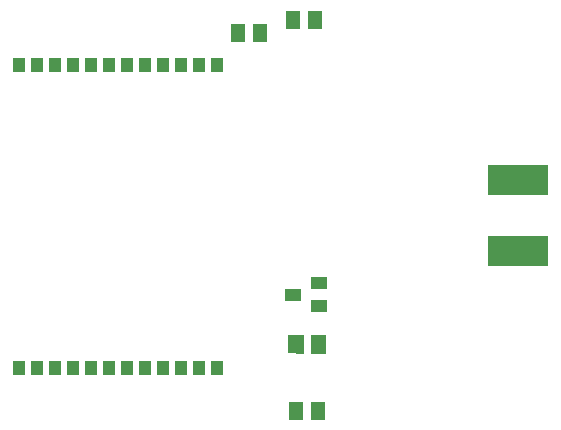
<source format=gbr>
G04 EAGLE Gerber X2 export*
%TF.Part,Single*%
%TF.FileFunction,Paste,Top*%
%TF.FilePolarity,Positive*%
%TF.GenerationSoftware,Autodesk,EAGLE,8.7.0*%
%TF.CreationDate,2018-04-13T05:44:18Z*%
G75*
%MOMM*%
%FSLAX34Y34*%
%LPD*%
%AMOC8*
5,1,8,0,0,1.08239X$1,22.5*%
G01*
%ADD10R,1.400000X1.000000*%
%ADD11R,1.300000X1.600000*%
%ADD12R,1.016000X1.143000*%
%ADD13R,1.300000X1.500000*%
%ADD14R,5.080000X2.540000*%


D10*
X299980Y157380D03*
X321980Y166880D03*
X321980Y147880D03*
D11*
G36*
X308792Y107441D02*
X295793Y107486D01*
X295848Y123485D01*
X308847Y123440D01*
X308792Y107441D01*
G37*
G36*
X327792Y107375D02*
X314793Y107420D01*
X314848Y123419D01*
X327847Y123374D01*
X327792Y107375D01*
G37*
X318660Y390020D03*
X299660Y390020D03*
D12*
X68010Y351940D03*
X83250Y351940D03*
X98490Y351940D03*
X113730Y351940D03*
X128970Y351940D03*
X144210Y351940D03*
X159450Y351940D03*
X174690Y351940D03*
X189930Y351940D03*
X205170Y351940D03*
X220410Y351940D03*
X235650Y351940D03*
X235650Y95400D03*
X220410Y95400D03*
X205170Y95400D03*
X189930Y95400D03*
X174690Y95400D03*
X159450Y95400D03*
X144210Y95400D03*
X128970Y95400D03*
X113730Y95400D03*
X98490Y95400D03*
X83250Y95400D03*
X68010Y95400D03*
D13*
X302050Y58870D03*
X321050Y58870D03*
X253030Y378890D03*
X272030Y378890D03*
D14*
X490220Y194310D03*
X490220Y254000D03*
M02*

</source>
